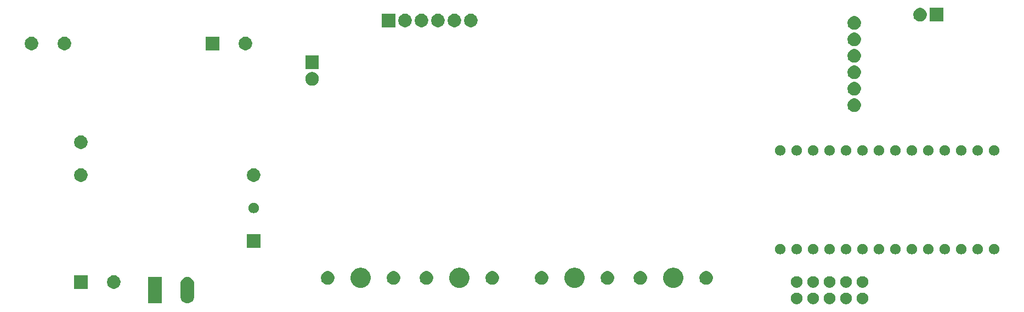
<source format=gbr>
G04 #@! TF.GenerationSoftware,KiCad,Pcbnew,5.1.5*
G04 #@! TF.CreationDate,2020-01-03T21:14:40-05:00*
G04 #@! TF.ProjectId,Poofer Control,506f6f66-6572-4204-936f-6e74726f6c2e,rev?*
G04 #@! TF.SameCoordinates,Original*
G04 #@! TF.FileFunction,Soldermask,Bot*
G04 #@! TF.FilePolarity,Negative*
%FSLAX46Y46*%
G04 Gerber Fmt 4.6, Leading zero omitted, Abs format (unit mm)*
G04 Created by KiCad (PCBNEW 5.1.5) date 2020-01-03 21:14:40*
%MOMM*%
%LPD*%
G04 APERTURE LIST*
%ADD10C,0.100000*%
G04 APERTURE END LIST*
D10*
G36*
X194423512Y-96893927D02*
G01*
X194572812Y-96923624D01*
X194736784Y-96991544D01*
X194884354Y-97090147D01*
X195009853Y-97215646D01*
X195108456Y-97363216D01*
X195176376Y-97527188D01*
X195211000Y-97701259D01*
X195211000Y-97878741D01*
X195176376Y-98052812D01*
X195108456Y-98216784D01*
X195009853Y-98364354D01*
X194884354Y-98489853D01*
X194736784Y-98588456D01*
X194572812Y-98656376D01*
X194423512Y-98686073D01*
X194398742Y-98691000D01*
X194221258Y-98691000D01*
X194196488Y-98686073D01*
X194047188Y-98656376D01*
X193883216Y-98588456D01*
X193735646Y-98489853D01*
X193610147Y-98364354D01*
X193511544Y-98216784D01*
X193443624Y-98052812D01*
X193409000Y-97878741D01*
X193409000Y-97701259D01*
X193443624Y-97527188D01*
X193511544Y-97363216D01*
X193610147Y-97215646D01*
X193735646Y-97090147D01*
X193883216Y-96991544D01*
X194047188Y-96923624D01*
X194196488Y-96893927D01*
X194221258Y-96889000D01*
X194398742Y-96889000D01*
X194423512Y-96893927D01*
G37*
G36*
X196963512Y-96893927D02*
G01*
X197112812Y-96923624D01*
X197276784Y-96991544D01*
X197424354Y-97090147D01*
X197549853Y-97215646D01*
X197648456Y-97363216D01*
X197716376Y-97527188D01*
X197751000Y-97701259D01*
X197751000Y-97878741D01*
X197716376Y-98052812D01*
X197648456Y-98216784D01*
X197549853Y-98364354D01*
X197424354Y-98489853D01*
X197276784Y-98588456D01*
X197112812Y-98656376D01*
X196963512Y-98686073D01*
X196938742Y-98691000D01*
X196761258Y-98691000D01*
X196736488Y-98686073D01*
X196587188Y-98656376D01*
X196423216Y-98588456D01*
X196275646Y-98489853D01*
X196150147Y-98364354D01*
X196051544Y-98216784D01*
X195983624Y-98052812D01*
X195949000Y-97878741D01*
X195949000Y-97701259D01*
X195983624Y-97527188D01*
X196051544Y-97363216D01*
X196150147Y-97215646D01*
X196275646Y-97090147D01*
X196423216Y-96991544D01*
X196587188Y-96923624D01*
X196736488Y-96893927D01*
X196761258Y-96889000D01*
X196938742Y-96889000D01*
X196963512Y-96893927D01*
G37*
G36*
X199503512Y-96893927D02*
G01*
X199652812Y-96923624D01*
X199816784Y-96991544D01*
X199964354Y-97090147D01*
X200089853Y-97215646D01*
X200188456Y-97363216D01*
X200256376Y-97527188D01*
X200291000Y-97701259D01*
X200291000Y-97878741D01*
X200256376Y-98052812D01*
X200188456Y-98216784D01*
X200089853Y-98364354D01*
X199964354Y-98489853D01*
X199816784Y-98588456D01*
X199652812Y-98656376D01*
X199503512Y-98686073D01*
X199478742Y-98691000D01*
X199301258Y-98691000D01*
X199276488Y-98686073D01*
X199127188Y-98656376D01*
X198963216Y-98588456D01*
X198815646Y-98489853D01*
X198690147Y-98364354D01*
X198591544Y-98216784D01*
X198523624Y-98052812D01*
X198489000Y-97878741D01*
X198489000Y-97701259D01*
X198523624Y-97527188D01*
X198591544Y-97363216D01*
X198690147Y-97215646D01*
X198815646Y-97090147D01*
X198963216Y-96991544D01*
X199127188Y-96923624D01*
X199276488Y-96893927D01*
X199301258Y-96889000D01*
X199478742Y-96889000D01*
X199503512Y-96893927D01*
G37*
G36*
X204583512Y-96893927D02*
G01*
X204732812Y-96923624D01*
X204896784Y-96991544D01*
X205044354Y-97090147D01*
X205169853Y-97215646D01*
X205268456Y-97363216D01*
X205336376Y-97527188D01*
X205371000Y-97701259D01*
X205371000Y-97878741D01*
X205336376Y-98052812D01*
X205268456Y-98216784D01*
X205169853Y-98364354D01*
X205044354Y-98489853D01*
X204896784Y-98588456D01*
X204732812Y-98656376D01*
X204583512Y-98686073D01*
X204558742Y-98691000D01*
X204381258Y-98691000D01*
X204356488Y-98686073D01*
X204207188Y-98656376D01*
X204043216Y-98588456D01*
X203895646Y-98489853D01*
X203770147Y-98364354D01*
X203671544Y-98216784D01*
X203603624Y-98052812D01*
X203569000Y-97878741D01*
X203569000Y-97701259D01*
X203603624Y-97527188D01*
X203671544Y-97363216D01*
X203770147Y-97215646D01*
X203895646Y-97090147D01*
X204043216Y-96991544D01*
X204207188Y-96923624D01*
X204356488Y-96893927D01*
X204381258Y-96889000D01*
X204558742Y-96889000D01*
X204583512Y-96893927D01*
G37*
G36*
X202043512Y-96893927D02*
G01*
X202192812Y-96923624D01*
X202356784Y-96991544D01*
X202504354Y-97090147D01*
X202629853Y-97215646D01*
X202728456Y-97363216D01*
X202796376Y-97527188D01*
X202831000Y-97701259D01*
X202831000Y-97878741D01*
X202796376Y-98052812D01*
X202728456Y-98216784D01*
X202629853Y-98364354D01*
X202504354Y-98489853D01*
X202356784Y-98588456D01*
X202192812Y-98656376D01*
X202043512Y-98686073D01*
X202018742Y-98691000D01*
X201841258Y-98691000D01*
X201816488Y-98686073D01*
X201667188Y-98656376D01*
X201503216Y-98588456D01*
X201355646Y-98489853D01*
X201230147Y-98364354D01*
X201131544Y-98216784D01*
X201063624Y-98052812D01*
X201029000Y-97878741D01*
X201029000Y-97701259D01*
X201063624Y-97527188D01*
X201131544Y-97363216D01*
X201230147Y-97215646D01*
X201355646Y-97090147D01*
X201503216Y-96991544D01*
X201667188Y-96923624D01*
X201816488Y-96893927D01*
X201841258Y-96889000D01*
X202018742Y-96889000D01*
X202043512Y-96893927D01*
G37*
G36*
X100454071Y-94504063D02*
G01*
X100650300Y-94563589D01*
X100831146Y-94660253D01*
X100872437Y-94694140D01*
X100989660Y-94790340D01*
X101119748Y-94948855D01*
X101140237Y-94987188D01*
X101216411Y-95129699D01*
X101275937Y-95325928D01*
X101291000Y-95478868D01*
X101291000Y-97561132D01*
X101275937Y-97714072D01*
X101225984Y-97878742D01*
X101216410Y-97910303D01*
X101119748Y-98091145D01*
X100989660Y-98249660D01*
X100831145Y-98379748D01*
X100650303Y-98476410D01*
X100650301Y-98476411D01*
X100454072Y-98535937D01*
X100250000Y-98556036D01*
X100045929Y-98535937D01*
X99849700Y-98476411D01*
X99849698Y-98476410D01*
X99668856Y-98379748D01*
X99510341Y-98249660D01*
X99380253Y-98091145D01*
X99283591Y-97910303D01*
X99274017Y-97878742D01*
X99224064Y-97714072D01*
X99209001Y-97561132D01*
X99209000Y-95478869D01*
X99224063Y-95325929D01*
X99283589Y-95129700D01*
X99292604Y-95112835D01*
X99380252Y-94948856D01*
X99380253Y-94948854D01*
X99414140Y-94907563D01*
X99510340Y-94790340D01*
X99668855Y-94660252D01*
X99849697Y-94563590D01*
X99849699Y-94563589D01*
X100045928Y-94504063D01*
X100250000Y-94483964D01*
X100454071Y-94504063D01*
G37*
G36*
X96291000Y-98551000D02*
G01*
X94209000Y-98551000D01*
X94209000Y-94489000D01*
X96291000Y-94489000D01*
X96291000Y-98551000D01*
G37*
G36*
X89206564Y-94239389D02*
G01*
X89397833Y-94318615D01*
X89397835Y-94318616D01*
X89569973Y-94433635D01*
X89716365Y-94580027D01*
X89780256Y-94675646D01*
X89831385Y-94752167D01*
X89910611Y-94943436D01*
X89951000Y-95146484D01*
X89951000Y-95353516D01*
X89910611Y-95556564D01*
X89865281Y-95666000D01*
X89831384Y-95747835D01*
X89716365Y-95919973D01*
X89569973Y-96066365D01*
X89397835Y-96181384D01*
X89397834Y-96181385D01*
X89397833Y-96181385D01*
X89206564Y-96260611D01*
X89003516Y-96301000D01*
X88796484Y-96301000D01*
X88593436Y-96260611D01*
X88402167Y-96181385D01*
X88402166Y-96181385D01*
X88402165Y-96181384D01*
X88230027Y-96066365D01*
X88083635Y-95919973D01*
X87968616Y-95747835D01*
X87934719Y-95666000D01*
X87889389Y-95556564D01*
X87849000Y-95353516D01*
X87849000Y-95146484D01*
X87889389Y-94943436D01*
X87968615Y-94752167D01*
X88019745Y-94675646D01*
X88083635Y-94580027D01*
X88230027Y-94433635D01*
X88402165Y-94318616D01*
X88402167Y-94318615D01*
X88593436Y-94239389D01*
X88796484Y-94199000D01*
X89003516Y-94199000D01*
X89206564Y-94239389D01*
G37*
G36*
X84871000Y-96301000D02*
G01*
X82769000Y-96301000D01*
X82769000Y-94199000D01*
X84871000Y-94199000D01*
X84871000Y-96301000D01*
G37*
G36*
X127302585Y-93093802D02*
G01*
X127452410Y-93123604D01*
X127734674Y-93240521D01*
X127988705Y-93410259D01*
X128204741Y-93626295D01*
X128374479Y-93880326D01*
X128472580Y-94117165D01*
X128491396Y-94162591D01*
X128551000Y-94462239D01*
X128551000Y-94767761D01*
X128539969Y-94823216D01*
X128491396Y-95067410D01*
X128374479Y-95349674D01*
X128204741Y-95603705D01*
X127988705Y-95819741D01*
X127734674Y-95989479D01*
X127452410Y-96106396D01*
X127302585Y-96136198D01*
X127152761Y-96166000D01*
X126847239Y-96166000D01*
X126697415Y-96136198D01*
X126547590Y-96106396D01*
X126265326Y-95989479D01*
X126011295Y-95819741D01*
X125795259Y-95603705D01*
X125625521Y-95349674D01*
X125508604Y-95067410D01*
X125460031Y-94823216D01*
X125449000Y-94767761D01*
X125449000Y-94462239D01*
X125508604Y-94162591D01*
X125527420Y-94117165D01*
X125625521Y-93880326D01*
X125795259Y-93626295D01*
X126011295Y-93410259D01*
X126265326Y-93240521D01*
X126547590Y-93123604D01*
X126697415Y-93093802D01*
X126847239Y-93064000D01*
X127152761Y-93064000D01*
X127302585Y-93093802D01*
G37*
G36*
X160322585Y-93093802D02*
G01*
X160472410Y-93123604D01*
X160754674Y-93240521D01*
X161008705Y-93410259D01*
X161224741Y-93626295D01*
X161394479Y-93880326D01*
X161492580Y-94117165D01*
X161511396Y-94162591D01*
X161571000Y-94462239D01*
X161571000Y-94767761D01*
X161559969Y-94823216D01*
X161511396Y-95067410D01*
X161394479Y-95349674D01*
X161224741Y-95603705D01*
X161008705Y-95819741D01*
X160754674Y-95989479D01*
X160472410Y-96106396D01*
X160322585Y-96136198D01*
X160172761Y-96166000D01*
X159867239Y-96166000D01*
X159717415Y-96136198D01*
X159567590Y-96106396D01*
X159285326Y-95989479D01*
X159031295Y-95819741D01*
X158815259Y-95603705D01*
X158645521Y-95349674D01*
X158528604Y-95067410D01*
X158480031Y-94823216D01*
X158469000Y-94767761D01*
X158469000Y-94462239D01*
X158528604Y-94162591D01*
X158547420Y-94117165D01*
X158645521Y-93880326D01*
X158815259Y-93626295D01*
X159031295Y-93410259D01*
X159285326Y-93240521D01*
X159567590Y-93123604D01*
X159717415Y-93093802D01*
X159867239Y-93064000D01*
X160172761Y-93064000D01*
X160322585Y-93093802D01*
G37*
G36*
X175562585Y-93093802D02*
G01*
X175712410Y-93123604D01*
X175994674Y-93240521D01*
X176248705Y-93410259D01*
X176464741Y-93626295D01*
X176634479Y-93880326D01*
X176732580Y-94117165D01*
X176751396Y-94162591D01*
X176811000Y-94462239D01*
X176811000Y-94767761D01*
X176799969Y-94823216D01*
X176751396Y-95067410D01*
X176634479Y-95349674D01*
X176464741Y-95603705D01*
X176248705Y-95819741D01*
X175994674Y-95989479D01*
X175712410Y-96106396D01*
X175562585Y-96136198D01*
X175412761Y-96166000D01*
X175107239Y-96166000D01*
X174957415Y-96136198D01*
X174807590Y-96106396D01*
X174525326Y-95989479D01*
X174271295Y-95819741D01*
X174055259Y-95603705D01*
X173885521Y-95349674D01*
X173768604Y-95067410D01*
X173720031Y-94823216D01*
X173709000Y-94767761D01*
X173709000Y-94462239D01*
X173768604Y-94162591D01*
X173787420Y-94117165D01*
X173885521Y-93880326D01*
X174055259Y-93626295D01*
X174271295Y-93410259D01*
X174525326Y-93240521D01*
X174807590Y-93123604D01*
X174957415Y-93093802D01*
X175107239Y-93064000D01*
X175412761Y-93064000D01*
X175562585Y-93093802D01*
G37*
G36*
X142542585Y-93093802D02*
G01*
X142692410Y-93123604D01*
X142974674Y-93240521D01*
X143228705Y-93410259D01*
X143444741Y-93626295D01*
X143614479Y-93880326D01*
X143712580Y-94117165D01*
X143731396Y-94162591D01*
X143791000Y-94462239D01*
X143791000Y-94767761D01*
X143779969Y-94823216D01*
X143731396Y-95067410D01*
X143614479Y-95349674D01*
X143444741Y-95603705D01*
X143228705Y-95819741D01*
X142974674Y-95989479D01*
X142692410Y-96106396D01*
X142542585Y-96136198D01*
X142392761Y-96166000D01*
X142087239Y-96166000D01*
X141937415Y-96136198D01*
X141787590Y-96106396D01*
X141505326Y-95989479D01*
X141251295Y-95819741D01*
X141035259Y-95603705D01*
X140865521Y-95349674D01*
X140748604Y-95067410D01*
X140700031Y-94823216D01*
X140689000Y-94767761D01*
X140689000Y-94462239D01*
X140748604Y-94162591D01*
X140767420Y-94117165D01*
X140865521Y-93880326D01*
X141035259Y-93626295D01*
X141251295Y-93410259D01*
X141505326Y-93240521D01*
X141787590Y-93123604D01*
X141937415Y-93093802D01*
X142087239Y-93064000D01*
X142392761Y-93064000D01*
X142542585Y-93093802D01*
G37*
G36*
X202043512Y-94353927D02*
G01*
X202192812Y-94383624D01*
X202356784Y-94451544D01*
X202504354Y-94550147D01*
X202629853Y-94675646D01*
X202728456Y-94823216D01*
X202796376Y-94987188D01*
X202831000Y-95161259D01*
X202831000Y-95338741D01*
X202796376Y-95512812D01*
X202728456Y-95676784D01*
X202629853Y-95824354D01*
X202504354Y-95949853D01*
X202356784Y-96048456D01*
X202192812Y-96116376D01*
X202043512Y-96146073D01*
X202018742Y-96151000D01*
X201841258Y-96151000D01*
X201816488Y-96146073D01*
X201667188Y-96116376D01*
X201503216Y-96048456D01*
X201355646Y-95949853D01*
X201230147Y-95824354D01*
X201131544Y-95676784D01*
X201063624Y-95512812D01*
X201029000Y-95338741D01*
X201029000Y-95161259D01*
X201063624Y-94987188D01*
X201131544Y-94823216D01*
X201230147Y-94675646D01*
X201355646Y-94550147D01*
X201503216Y-94451544D01*
X201667188Y-94383624D01*
X201816488Y-94353927D01*
X201841258Y-94349000D01*
X202018742Y-94349000D01*
X202043512Y-94353927D01*
G37*
G36*
X204583512Y-94353927D02*
G01*
X204732812Y-94383624D01*
X204896784Y-94451544D01*
X205044354Y-94550147D01*
X205169853Y-94675646D01*
X205268456Y-94823216D01*
X205336376Y-94987188D01*
X205371000Y-95161259D01*
X205371000Y-95338741D01*
X205336376Y-95512812D01*
X205268456Y-95676784D01*
X205169853Y-95824354D01*
X205044354Y-95949853D01*
X204896784Y-96048456D01*
X204732812Y-96116376D01*
X204583512Y-96146073D01*
X204558742Y-96151000D01*
X204381258Y-96151000D01*
X204356488Y-96146073D01*
X204207188Y-96116376D01*
X204043216Y-96048456D01*
X203895646Y-95949853D01*
X203770147Y-95824354D01*
X203671544Y-95676784D01*
X203603624Y-95512812D01*
X203569000Y-95338741D01*
X203569000Y-95161259D01*
X203603624Y-94987188D01*
X203671544Y-94823216D01*
X203770147Y-94675646D01*
X203895646Y-94550147D01*
X204043216Y-94451544D01*
X204207188Y-94383624D01*
X204356488Y-94353927D01*
X204381258Y-94349000D01*
X204558742Y-94349000D01*
X204583512Y-94353927D01*
G37*
G36*
X199503512Y-94353927D02*
G01*
X199652812Y-94383624D01*
X199816784Y-94451544D01*
X199964354Y-94550147D01*
X200089853Y-94675646D01*
X200188456Y-94823216D01*
X200256376Y-94987188D01*
X200291000Y-95161259D01*
X200291000Y-95338741D01*
X200256376Y-95512812D01*
X200188456Y-95676784D01*
X200089853Y-95824354D01*
X199964354Y-95949853D01*
X199816784Y-96048456D01*
X199652812Y-96116376D01*
X199503512Y-96146073D01*
X199478742Y-96151000D01*
X199301258Y-96151000D01*
X199276488Y-96146073D01*
X199127188Y-96116376D01*
X198963216Y-96048456D01*
X198815646Y-95949853D01*
X198690147Y-95824354D01*
X198591544Y-95676784D01*
X198523624Y-95512812D01*
X198489000Y-95338741D01*
X198489000Y-95161259D01*
X198523624Y-94987188D01*
X198591544Y-94823216D01*
X198690147Y-94675646D01*
X198815646Y-94550147D01*
X198963216Y-94451544D01*
X199127188Y-94383624D01*
X199276488Y-94353927D01*
X199301258Y-94349000D01*
X199478742Y-94349000D01*
X199503512Y-94353927D01*
G37*
G36*
X196963512Y-94353927D02*
G01*
X197112812Y-94383624D01*
X197276784Y-94451544D01*
X197424354Y-94550147D01*
X197549853Y-94675646D01*
X197648456Y-94823216D01*
X197716376Y-94987188D01*
X197751000Y-95161259D01*
X197751000Y-95338741D01*
X197716376Y-95512812D01*
X197648456Y-95676784D01*
X197549853Y-95824354D01*
X197424354Y-95949853D01*
X197276784Y-96048456D01*
X197112812Y-96116376D01*
X196963512Y-96146073D01*
X196938742Y-96151000D01*
X196761258Y-96151000D01*
X196736488Y-96146073D01*
X196587188Y-96116376D01*
X196423216Y-96048456D01*
X196275646Y-95949853D01*
X196150147Y-95824354D01*
X196051544Y-95676784D01*
X195983624Y-95512812D01*
X195949000Y-95338741D01*
X195949000Y-95161259D01*
X195983624Y-94987188D01*
X196051544Y-94823216D01*
X196150147Y-94675646D01*
X196275646Y-94550147D01*
X196423216Y-94451544D01*
X196587188Y-94383624D01*
X196736488Y-94353927D01*
X196761258Y-94349000D01*
X196938742Y-94349000D01*
X196963512Y-94353927D01*
G37*
G36*
X194423512Y-94353927D02*
G01*
X194572812Y-94383624D01*
X194736784Y-94451544D01*
X194884354Y-94550147D01*
X195009853Y-94675646D01*
X195108456Y-94823216D01*
X195176376Y-94987188D01*
X195211000Y-95161259D01*
X195211000Y-95338741D01*
X195176376Y-95512812D01*
X195108456Y-95676784D01*
X195009853Y-95824354D01*
X194884354Y-95949853D01*
X194736784Y-96048456D01*
X194572812Y-96116376D01*
X194423512Y-96146073D01*
X194398742Y-96151000D01*
X194221258Y-96151000D01*
X194196488Y-96146073D01*
X194047188Y-96116376D01*
X193883216Y-96048456D01*
X193735646Y-95949853D01*
X193610147Y-95824354D01*
X193511544Y-95676784D01*
X193443624Y-95512812D01*
X193409000Y-95338741D01*
X193409000Y-95161259D01*
X193443624Y-94987188D01*
X193511544Y-94823216D01*
X193610147Y-94675646D01*
X193735646Y-94550147D01*
X193883216Y-94451544D01*
X194047188Y-94383624D01*
X194196488Y-94353927D01*
X194221258Y-94349000D01*
X194398742Y-94349000D01*
X194423512Y-94353927D01*
G37*
G36*
X147626564Y-93604389D02*
G01*
X147817833Y-93683615D01*
X147817835Y-93683616D01*
X147989973Y-93798635D01*
X148136365Y-93945027D01*
X148251385Y-94117167D01*
X148330611Y-94308436D01*
X148371000Y-94511484D01*
X148371000Y-94718516D01*
X148330611Y-94921564D01*
X148303428Y-94987189D01*
X148251384Y-95112835D01*
X148136365Y-95284973D01*
X147989973Y-95431365D01*
X147817835Y-95546384D01*
X147817834Y-95546385D01*
X147817833Y-95546385D01*
X147626564Y-95625611D01*
X147423516Y-95666000D01*
X147216484Y-95666000D01*
X147013436Y-95625611D01*
X146822167Y-95546385D01*
X146822166Y-95546385D01*
X146822165Y-95546384D01*
X146650027Y-95431365D01*
X146503635Y-95284973D01*
X146388616Y-95112835D01*
X146336572Y-94987189D01*
X146309389Y-94921564D01*
X146269000Y-94718516D01*
X146269000Y-94511484D01*
X146309389Y-94308436D01*
X146388615Y-94117167D01*
X146503635Y-93945027D01*
X146650027Y-93798635D01*
X146822165Y-93683616D01*
X146822167Y-93683615D01*
X147013436Y-93604389D01*
X147216484Y-93564000D01*
X147423516Y-93564000D01*
X147626564Y-93604389D01*
G37*
G36*
X137466564Y-93604389D02*
G01*
X137657833Y-93683615D01*
X137657835Y-93683616D01*
X137829973Y-93798635D01*
X137976365Y-93945027D01*
X138091385Y-94117167D01*
X138170611Y-94308436D01*
X138211000Y-94511484D01*
X138211000Y-94718516D01*
X138170611Y-94921564D01*
X138143428Y-94987189D01*
X138091384Y-95112835D01*
X137976365Y-95284973D01*
X137829973Y-95431365D01*
X137657835Y-95546384D01*
X137657834Y-95546385D01*
X137657833Y-95546385D01*
X137466564Y-95625611D01*
X137263516Y-95666000D01*
X137056484Y-95666000D01*
X136853436Y-95625611D01*
X136662167Y-95546385D01*
X136662166Y-95546385D01*
X136662165Y-95546384D01*
X136490027Y-95431365D01*
X136343635Y-95284973D01*
X136228616Y-95112835D01*
X136176572Y-94987189D01*
X136149389Y-94921564D01*
X136109000Y-94718516D01*
X136109000Y-94511484D01*
X136149389Y-94308436D01*
X136228615Y-94117167D01*
X136343635Y-93945027D01*
X136490027Y-93798635D01*
X136662165Y-93683616D01*
X136662167Y-93683615D01*
X136853436Y-93604389D01*
X137056484Y-93564000D01*
X137263516Y-93564000D01*
X137466564Y-93604389D01*
G37*
G36*
X132386564Y-93604389D02*
G01*
X132577833Y-93683615D01*
X132577835Y-93683616D01*
X132749973Y-93798635D01*
X132896365Y-93945027D01*
X133011385Y-94117167D01*
X133090611Y-94308436D01*
X133131000Y-94511484D01*
X133131000Y-94718516D01*
X133090611Y-94921564D01*
X133063428Y-94987189D01*
X133011384Y-95112835D01*
X132896365Y-95284973D01*
X132749973Y-95431365D01*
X132577835Y-95546384D01*
X132577834Y-95546385D01*
X132577833Y-95546385D01*
X132386564Y-95625611D01*
X132183516Y-95666000D01*
X131976484Y-95666000D01*
X131773436Y-95625611D01*
X131582167Y-95546385D01*
X131582166Y-95546385D01*
X131582165Y-95546384D01*
X131410027Y-95431365D01*
X131263635Y-95284973D01*
X131148616Y-95112835D01*
X131096572Y-94987189D01*
X131069389Y-94921564D01*
X131029000Y-94718516D01*
X131029000Y-94511484D01*
X131069389Y-94308436D01*
X131148615Y-94117167D01*
X131263635Y-93945027D01*
X131410027Y-93798635D01*
X131582165Y-93683616D01*
X131582167Y-93683615D01*
X131773436Y-93604389D01*
X131976484Y-93564000D01*
X132183516Y-93564000D01*
X132386564Y-93604389D01*
G37*
G36*
X122226564Y-93604389D02*
G01*
X122417833Y-93683615D01*
X122417835Y-93683616D01*
X122589973Y-93798635D01*
X122736365Y-93945027D01*
X122851385Y-94117167D01*
X122930611Y-94308436D01*
X122971000Y-94511484D01*
X122971000Y-94718516D01*
X122930611Y-94921564D01*
X122903428Y-94987189D01*
X122851384Y-95112835D01*
X122736365Y-95284973D01*
X122589973Y-95431365D01*
X122417835Y-95546384D01*
X122417834Y-95546385D01*
X122417833Y-95546385D01*
X122226564Y-95625611D01*
X122023516Y-95666000D01*
X121816484Y-95666000D01*
X121613436Y-95625611D01*
X121422167Y-95546385D01*
X121422166Y-95546385D01*
X121422165Y-95546384D01*
X121250027Y-95431365D01*
X121103635Y-95284973D01*
X120988616Y-95112835D01*
X120936572Y-94987189D01*
X120909389Y-94921564D01*
X120869000Y-94718516D01*
X120869000Y-94511484D01*
X120909389Y-94308436D01*
X120988615Y-94117167D01*
X121103635Y-93945027D01*
X121250027Y-93798635D01*
X121422165Y-93683616D01*
X121422167Y-93683615D01*
X121613436Y-93604389D01*
X121816484Y-93564000D01*
X122023516Y-93564000D01*
X122226564Y-93604389D01*
G37*
G36*
X155246564Y-93604389D02*
G01*
X155437833Y-93683615D01*
X155437835Y-93683616D01*
X155609973Y-93798635D01*
X155756365Y-93945027D01*
X155871385Y-94117167D01*
X155950611Y-94308436D01*
X155991000Y-94511484D01*
X155991000Y-94718516D01*
X155950611Y-94921564D01*
X155923428Y-94987189D01*
X155871384Y-95112835D01*
X155756365Y-95284973D01*
X155609973Y-95431365D01*
X155437835Y-95546384D01*
X155437834Y-95546385D01*
X155437833Y-95546385D01*
X155246564Y-95625611D01*
X155043516Y-95666000D01*
X154836484Y-95666000D01*
X154633436Y-95625611D01*
X154442167Y-95546385D01*
X154442166Y-95546385D01*
X154442165Y-95546384D01*
X154270027Y-95431365D01*
X154123635Y-95284973D01*
X154008616Y-95112835D01*
X153956572Y-94987189D01*
X153929389Y-94921564D01*
X153889000Y-94718516D01*
X153889000Y-94511484D01*
X153929389Y-94308436D01*
X154008615Y-94117167D01*
X154123635Y-93945027D01*
X154270027Y-93798635D01*
X154442165Y-93683616D01*
X154442167Y-93683615D01*
X154633436Y-93604389D01*
X154836484Y-93564000D01*
X155043516Y-93564000D01*
X155246564Y-93604389D01*
G37*
G36*
X165406564Y-93604389D02*
G01*
X165597833Y-93683615D01*
X165597835Y-93683616D01*
X165769973Y-93798635D01*
X165916365Y-93945027D01*
X166031385Y-94117167D01*
X166110611Y-94308436D01*
X166151000Y-94511484D01*
X166151000Y-94718516D01*
X166110611Y-94921564D01*
X166083428Y-94987189D01*
X166031384Y-95112835D01*
X165916365Y-95284973D01*
X165769973Y-95431365D01*
X165597835Y-95546384D01*
X165597834Y-95546385D01*
X165597833Y-95546385D01*
X165406564Y-95625611D01*
X165203516Y-95666000D01*
X164996484Y-95666000D01*
X164793436Y-95625611D01*
X164602167Y-95546385D01*
X164602166Y-95546385D01*
X164602165Y-95546384D01*
X164430027Y-95431365D01*
X164283635Y-95284973D01*
X164168616Y-95112835D01*
X164116572Y-94987189D01*
X164089389Y-94921564D01*
X164049000Y-94718516D01*
X164049000Y-94511484D01*
X164089389Y-94308436D01*
X164168615Y-94117167D01*
X164283635Y-93945027D01*
X164430027Y-93798635D01*
X164602165Y-93683616D01*
X164602167Y-93683615D01*
X164793436Y-93604389D01*
X164996484Y-93564000D01*
X165203516Y-93564000D01*
X165406564Y-93604389D01*
G37*
G36*
X170486564Y-93604389D02*
G01*
X170677833Y-93683615D01*
X170677835Y-93683616D01*
X170849973Y-93798635D01*
X170996365Y-93945027D01*
X171111385Y-94117167D01*
X171190611Y-94308436D01*
X171231000Y-94511484D01*
X171231000Y-94718516D01*
X171190611Y-94921564D01*
X171163428Y-94987189D01*
X171111384Y-95112835D01*
X170996365Y-95284973D01*
X170849973Y-95431365D01*
X170677835Y-95546384D01*
X170677834Y-95546385D01*
X170677833Y-95546385D01*
X170486564Y-95625611D01*
X170283516Y-95666000D01*
X170076484Y-95666000D01*
X169873436Y-95625611D01*
X169682167Y-95546385D01*
X169682166Y-95546385D01*
X169682165Y-95546384D01*
X169510027Y-95431365D01*
X169363635Y-95284973D01*
X169248616Y-95112835D01*
X169196572Y-94987189D01*
X169169389Y-94921564D01*
X169129000Y-94718516D01*
X169129000Y-94511484D01*
X169169389Y-94308436D01*
X169248615Y-94117167D01*
X169363635Y-93945027D01*
X169510027Y-93798635D01*
X169682165Y-93683616D01*
X169682167Y-93683615D01*
X169873436Y-93604389D01*
X170076484Y-93564000D01*
X170283516Y-93564000D01*
X170486564Y-93604389D01*
G37*
G36*
X180646564Y-93604389D02*
G01*
X180837833Y-93683615D01*
X180837835Y-93683616D01*
X181009973Y-93798635D01*
X181156365Y-93945027D01*
X181271385Y-94117167D01*
X181350611Y-94308436D01*
X181391000Y-94511484D01*
X181391000Y-94718516D01*
X181350611Y-94921564D01*
X181323428Y-94987189D01*
X181271384Y-95112835D01*
X181156365Y-95284973D01*
X181009973Y-95431365D01*
X180837835Y-95546384D01*
X180837834Y-95546385D01*
X180837833Y-95546385D01*
X180646564Y-95625611D01*
X180443516Y-95666000D01*
X180236484Y-95666000D01*
X180033436Y-95625611D01*
X179842167Y-95546385D01*
X179842166Y-95546385D01*
X179842165Y-95546384D01*
X179670027Y-95431365D01*
X179523635Y-95284973D01*
X179408616Y-95112835D01*
X179356572Y-94987189D01*
X179329389Y-94921564D01*
X179289000Y-94718516D01*
X179289000Y-94511484D01*
X179329389Y-94308436D01*
X179408615Y-94117167D01*
X179523635Y-93945027D01*
X179670027Y-93798635D01*
X179842165Y-93683616D01*
X179842167Y-93683615D01*
X180033436Y-93604389D01*
X180236484Y-93564000D01*
X180443516Y-93564000D01*
X180646564Y-93604389D01*
G37*
G36*
X194547142Y-89388242D02*
G01*
X194695101Y-89449529D01*
X194828255Y-89538499D01*
X194941501Y-89651745D01*
X195030471Y-89784899D01*
X195091758Y-89932858D01*
X195123000Y-90089925D01*
X195123000Y-90250075D01*
X195091758Y-90407142D01*
X195030471Y-90555101D01*
X194941501Y-90688255D01*
X194828255Y-90801501D01*
X194695101Y-90890471D01*
X194547142Y-90951758D01*
X194390075Y-90983000D01*
X194229925Y-90983000D01*
X194072858Y-90951758D01*
X193924899Y-90890471D01*
X193791745Y-90801501D01*
X193678499Y-90688255D01*
X193589529Y-90555101D01*
X193528242Y-90407142D01*
X193497000Y-90250075D01*
X193497000Y-90089925D01*
X193528242Y-89932858D01*
X193589529Y-89784899D01*
X193678499Y-89651745D01*
X193791745Y-89538499D01*
X193924899Y-89449529D01*
X194072858Y-89388242D01*
X194229925Y-89357000D01*
X194390075Y-89357000D01*
X194547142Y-89388242D01*
G37*
G36*
X209787142Y-89388242D02*
G01*
X209935101Y-89449529D01*
X210068255Y-89538499D01*
X210181501Y-89651745D01*
X210270471Y-89784899D01*
X210331758Y-89932858D01*
X210363000Y-90089925D01*
X210363000Y-90250075D01*
X210331758Y-90407142D01*
X210270471Y-90555101D01*
X210181501Y-90688255D01*
X210068255Y-90801501D01*
X209935101Y-90890471D01*
X209787142Y-90951758D01*
X209630075Y-90983000D01*
X209469925Y-90983000D01*
X209312858Y-90951758D01*
X209164899Y-90890471D01*
X209031745Y-90801501D01*
X208918499Y-90688255D01*
X208829529Y-90555101D01*
X208768242Y-90407142D01*
X208737000Y-90250075D01*
X208737000Y-90089925D01*
X208768242Y-89932858D01*
X208829529Y-89784899D01*
X208918499Y-89651745D01*
X209031745Y-89538499D01*
X209164899Y-89449529D01*
X209312858Y-89388242D01*
X209469925Y-89357000D01*
X209630075Y-89357000D01*
X209787142Y-89388242D01*
G37*
G36*
X207247142Y-89388242D02*
G01*
X207395101Y-89449529D01*
X207528255Y-89538499D01*
X207641501Y-89651745D01*
X207730471Y-89784899D01*
X207791758Y-89932858D01*
X207823000Y-90089925D01*
X207823000Y-90250075D01*
X207791758Y-90407142D01*
X207730471Y-90555101D01*
X207641501Y-90688255D01*
X207528255Y-90801501D01*
X207395101Y-90890471D01*
X207247142Y-90951758D01*
X207090075Y-90983000D01*
X206929925Y-90983000D01*
X206772858Y-90951758D01*
X206624899Y-90890471D01*
X206491745Y-90801501D01*
X206378499Y-90688255D01*
X206289529Y-90555101D01*
X206228242Y-90407142D01*
X206197000Y-90250075D01*
X206197000Y-90089925D01*
X206228242Y-89932858D01*
X206289529Y-89784899D01*
X206378499Y-89651745D01*
X206491745Y-89538499D01*
X206624899Y-89449529D01*
X206772858Y-89388242D01*
X206929925Y-89357000D01*
X207090075Y-89357000D01*
X207247142Y-89388242D01*
G37*
G36*
X204707142Y-89388242D02*
G01*
X204855101Y-89449529D01*
X204988255Y-89538499D01*
X205101501Y-89651745D01*
X205190471Y-89784899D01*
X205251758Y-89932858D01*
X205283000Y-90089925D01*
X205283000Y-90250075D01*
X205251758Y-90407142D01*
X205190471Y-90555101D01*
X205101501Y-90688255D01*
X204988255Y-90801501D01*
X204855101Y-90890471D01*
X204707142Y-90951758D01*
X204550075Y-90983000D01*
X204389925Y-90983000D01*
X204232858Y-90951758D01*
X204084899Y-90890471D01*
X203951745Y-90801501D01*
X203838499Y-90688255D01*
X203749529Y-90555101D01*
X203688242Y-90407142D01*
X203657000Y-90250075D01*
X203657000Y-90089925D01*
X203688242Y-89932858D01*
X203749529Y-89784899D01*
X203838499Y-89651745D01*
X203951745Y-89538499D01*
X204084899Y-89449529D01*
X204232858Y-89388242D01*
X204389925Y-89357000D01*
X204550075Y-89357000D01*
X204707142Y-89388242D01*
G37*
G36*
X202167142Y-89388242D02*
G01*
X202315101Y-89449529D01*
X202448255Y-89538499D01*
X202561501Y-89651745D01*
X202650471Y-89784899D01*
X202711758Y-89932858D01*
X202743000Y-90089925D01*
X202743000Y-90250075D01*
X202711758Y-90407142D01*
X202650471Y-90555101D01*
X202561501Y-90688255D01*
X202448255Y-90801501D01*
X202315101Y-90890471D01*
X202167142Y-90951758D01*
X202010075Y-90983000D01*
X201849925Y-90983000D01*
X201692858Y-90951758D01*
X201544899Y-90890471D01*
X201411745Y-90801501D01*
X201298499Y-90688255D01*
X201209529Y-90555101D01*
X201148242Y-90407142D01*
X201117000Y-90250075D01*
X201117000Y-90089925D01*
X201148242Y-89932858D01*
X201209529Y-89784899D01*
X201298499Y-89651745D01*
X201411745Y-89538499D01*
X201544899Y-89449529D01*
X201692858Y-89388242D01*
X201849925Y-89357000D01*
X202010075Y-89357000D01*
X202167142Y-89388242D01*
G37*
G36*
X199627142Y-89388242D02*
G01*
X199775101Y-89449529D01*
X199908255Y-89538499D01*
X200021501Y-89651745D01*
X200110471Y-89784899D01*
X200171758Y-89932858D01*
X200203000Y-90089925D01*
X200203000Y-90250075D01*
X200171758Y-90407142D01*
X200110471Y-90555101D01*
X200021501Y-90688255D01*
X199908255Y-90801501D01*
X199775101Y-90890471D01*
X199627142Y-90951758D01*
X199470075Y-90983000D01*
X199309925Y-90983000D01*
X199152858Y-90951758D01*
X199004899Y-90890471D01*
X198871745Y-90801501D01*
X198758499Y-90688255D01*
X198669529Y-90555101D01*
X198608242Y-90407142D01*
X198577000Y-90250075D01*
X198577000Y-90089925D01*
X198608242Y-89932858D01*
X198669529Y-89784899D01*
X198758499Y-89651745D01*
X198871745Y-89538499D01*
X199004899Y-89449529D01*
X199152858Y-89388242D01*
X199309925Y-89357000D01*
X199470075Y-89357000D01*
X199627142Y-89388242D01*
G37*
G36*
X197087142Y-89388242D02*
G01*
X197235101Y-89449529D01*
X197368255Y-89538499D01*
X197481501Y-89651745D01*
X197570471Y-89784899D01*
X197631758Y-89932858D01*
X197663000Y-90089925D01*
X197663000Y-90250075D01*
X197631758Y-90407142D01*
X197570471Y-90555101D01*
X197481501Y-90688255D01*
X197368255Y-90801501D01*
X197235101Y-90890471D01*
X197087142Y-90951758D01*
X196930075Y-90983000D01*
X196769925Y-90983000D01*
X196612858Y-90951758D01*
X196464899Y-90890471D01*
X196331745Y-90801501D01*
X196218499Y-90688255D01*
X196129529Y-90555101D01*
X196068242Y-90407142D01*
X196037000Y-90250075D01*
X196037000Y-90089925D01*
X196068242Y-89932858D01*
X196129529Y-89784899D01*
X196218499Y-89651745D01*
X196331745Y-89538499D01*
X196464899Y-89449529D01*
X196612858Y-89388242D01*
X196769925Y-89357000D01*
X196930075Y-89357000D01*
X197087142Y-89388242D01*
G37*
G36*
X222487142Y-89388242D02*
G01*
X222635101Y-89449529D01*
X222768255Y-89538499D01*
X222881501Y-89651745D01*
X222970471Y-89784899D01*
X223031758Y-89932858D01*
X223063000Y-90089925D01*
X223063000Y-90250075D01*
X223031758Y-90407142D01*
X222970471Y-90555101D01*
X222881501Y-90688255D01*
X222768255Y-90801501D01*
X222635101Y-90890471D01*
X222487142Y-90951758D01*
X222330075Y-90983000D01*
X222169925Y-90983000D01*
X222012858Y-90951758D01*
X221864899Y-90890471D01*
X221731745Y-90801501D01*
X221618499Y-90688255D01*
X221529529Y-90555101D01*
X221468242Y-90407142D01*
X221437000Y-90250075D01*
X221437000Y-90089925D01*
X221468242Y-89932858D01*
X221529529Y-89784899D01*
X221618499Y-89651745D01*
X221731745Y-89538499D01*
X221864899Y-89449529D01*
X222012858Y-89388242D01*
X222169925Y-89357000D01*
X222330075Y-89357000D01*
X222487142Y-89388242D01*
G37*
G36*
X212327142Y-89388242D02*
G01*
X212475101Y-89449529D01*
X212608255Y-89538499D01*
X212721501Y-89651745D01*
X212810471Y-89784899D01*
X212871758Y-89932858D01*
X212903000Y-90089925D01*
X212903000Y-90250075D01*
X212871758Y-90407142D01*
X212810471Y-90555101D01*
X212721501Y-90688255D01*
X212608255Y-90801501D01*
X212475101Y-90890471D01*
X212327142Y-90951758D01*
X212170075Y-90983000D01*
X212009925Y-90983000D01*
X211852858Y-90951758D01*
X211704899Y-90890471D01*
X211571745Y-90801501D01*
X211458499Y-90688255D01*
X211369529Y-90555101D01*
X211308242Y-90407142D01*
X211277000Y-90250075D01*
X211277000Y-90089925D01*
X211308242Y-89932858D01*
X211369529Y-89784899D01*
X211458499Y-89651745D01*
X211571745Y-89538499D01*
X211704899Y-89449529D01*
X211852858Y-89388242D01*
X212009925Y-89357000D01*
X212170075Y-89357000D01*
X212327142Y-89388242D01*
G37*
G36*
X217407142Y-89388242D02*
G01*
X217555101Y-89449529D01*
X217688255Y-89538499D01*
X217801501Y-89651745D01*
X217890471Y-89784899D01*
X217951758Y-89932858D01*
X217983000Y-90089925D01*
X217983000Y-90250075D01*
X217951758Y-90407142D01*
X217890471Y-90555101D01*
X217801501Y-90688255D01*
X217688255Y-90801501D01*
X217555101Y-90890471D01*
X217407142Y-90951758D01*
X217250075Y-90983000D01*
X217089925Y-90983000D01*
X216932858Y-90951758D01*
X216784899Y-90890471D01*
X216651745Y-90801501D01*
X216538499Y-90688255D01*
X216449529Y-90555101D01*
X216388242Y-90407142D01*
X216357000Y-90250075D01*
X216357000Y-90089925D01*
X216388242Y-89932858D01*
X216449529Y-89784899D01*
X216538499Y-89651745D01*
X216651745Y-89538499D01*
X216784899Y-89449529D01*
X216932858Y-89388242D01*
X217089925Y-89357000D01*
X217250075Y-89357000D01*
X217407142Y-89388242D01*
G37*
G36*
X214867142Y-89388242D02*
G01*
X215015101Y-89449529D01*
X215148255Y-89538499D01*
X215261501Y-89651745D01*
X215350471Y-89784899D01*
X215411758Y-89932858D01*
X215443000Y-90089925D01*
X215443000Y-90250075D01*
X215411758Y-90407142D01*
X215350471Y-90555101D01*
X215261501Y-90688255D01*
X215148255Y-90801501D01*
X215015101Y-90890471D01*
X214867142Y-90951758D01*
X214710075Y-90983000D01*
X214549925Y-90983000D01*
X214392858Y-90951758D01*
X214244899Y-90890471D01*
X214111745Y-90801501D01*
X213998499Y-90688255D01*
X213909529Y-90555101D01*
X213848242Y-90407142D01*
X213817000Y-90250075D01*
X213817000Y-90089925D01*
X213848242Y-89932858D01*
X213909529Y-89784899D01*
X213998499Y-89651745D01*
X214111745Y-89538499D01*
X214244899Y-89449529D01*
X214392858Y-89388242D01*
X214549925Y-89357000D01*
X214710075Y-89357000D01*
X214867142Y-89388242D01*
G37*
G36*
X219947142Y-89388242D02*
G01*
X220095101Y-89449529D01*
X220228255Y-89538499D01*
X220341501Y-89651745D01*
X220430471Y-89784899D01*
X220491758Y-89932858D01*
X220523000Y-90089925D01*
X220523000Y-90250075D01*
X220491758Y-90407142D01*
X220430471Y-90555101D01*
X220341501Y-90688255D01*
X220228255Y-90801501D01*
X220095101Y-90890471D01*
X219947142Y-90951758D01*
X219790075Y-90983000D01*
X219629925Y-90983000D01*
X219472858Y-90951758D01*
X219324899Y-90890471D01*
X219191745Y-90801501D01*
X219078499Y-90688255D01*
X218989529Y-90555101D01*
X218928242Y-90407142D01*
X218897000Y-90250075D01*
X218897000Y-90089925D01*
X218928242Y-89932858D01*
X218989529Y-89784899D01*
X219078499Y-89651745D01*
X219191745Y-89538499D01*
X219324899Y-89449529D01*
X219472858Y-89388242D01*
X219629925Y-89357000D01*
X219790075Y-89357000D01*
X219947142Y-89388242D01*
G37*
G36*
X192007142Y-89388242D02*
G01*
X192155101Y-89449529D01*
X192288255Y-89538499D01*
X192401501Y-89651745D01*
X192490471Y-89784899D01*
X192551758Y-89932858D01*
X192583000Y-90089925D01*
X192583000Y-90250075D01*
X192551758Y-90407142D01*
X192490471Y-90555101D01*
X192401501Y-90688255D01*
X192288255Y-90801501D01*
X192155101Y-90890471D01*
X192007142Y-90951758D01*
X191850075Y-90983000D01*
X191689925Y-90983000D01*
X191532858Y-90951758D01*
X191384899Y-90890471D01*
X191251745Y-90801501D01*
X191138499Y-90688255D01*
X191049529Y-90555101D01*
X190988242Y-90407142D01*
X190957000Y-90250075D01*
X190957000Y-90089925D01*
X190988242Y-89932858D01*
X191049529Y-89784899D01*
X191138499Y-89651745D01*
X191251745Y-89538499D01*
X191384899Y-89449529D01*
X191532858Y-89388242D01*
X191689925Y-89357000D01*
X191850075Y-89357000D01*
X192007142Y-89388242D01*
G37*
G36*
X225027142Y-89388242D02*
G01*
X225175101Y-89449529D01*
X225308255Y-89538499D01*
X225421501Y-89651745D01*
X225510471Y-89784899D01*
X225571758Y-89932858D01*
X225603000Y-90089925D01*
X225603000Y-90250075D01*
X225571758Y-90407142D01*
X225510471Y-90555101D01*
X225421501Y-90688255D01*
X225308255Y-90801501D01*
X225175101Y-90890471D01*
X225027142Y-90951758D01*
X224870075Y-90983000D01*
X224709925Y-90983000D01*
X224552858Y-90951758D01*
X224404899Y-90890471D01*
X224271745Y-90801501D01*
X224158499Y-90688255D01*
X224069529Y-90555101D01*
X224008242Y-90407142D01*
X223977000Y-90250075D01*
X223977000Y-90089925D01*
X224008242Y-89932858D01*
X224069529Y-89784899D01*
X224158499Y-89651745D01*
X224271745Y-89538499D01*
X224404899Y-89449529D01*
X224552858Y-89388242D01*
X224709925Y-89357000D01*
X224870075Y-89357000D01*
X225027142Y-89388242D01*
G37*
G36*
X111541000Y-89951000D02*
G01*
X109439000Y-89951000D01*
X109439000Y-87849000D01*
X111541000Y-87849000D01*
X111541000Y-89951000D01*
G37*
G36*
X110727142Y-83038242D02*
G01*
X110875101Y-83099529D01*
X111008255Y-83188499D01*
X111121501Y-83301745D01*
X111210471Y-83434899D01*
X111271758Y-83582858D01*
X111303000Y-83739925D01*
X111303000Y-83900075D01*
X111271758Y-84057142D01*
X111210471Y-84205101D01*
X111121501Y-84338255D01*
X111008255Y-84451501D01*
X110875101Y-84540471D01*
X110727142Y-84601758D01*
X110570075Y-84633000D01*
X110409925Y-84633000D01*
X110252858Y-84601758D01*
X110104899Y-84540471D01*
X109971745Y-84451501D01*
X109858499Y-84338255D01*
X109769529Y-84205101D01*
X109708242Y-84057142D01*
X109677000Y-83900075D01*
X109677000Y-83739925D01*
X109708242Y-83582858D01*
X109769529Y-83434899D01*
X109858499Y-83301745D01*
X109971745Y-83188499D01*
X110104899Y-83099529D01*
X110252858Y-83038242D01*
X110409925Y-83007000D01*
X110570075Y-83007000D01*
X110727142Y-83038242D01*
G37*
G36*
X84126564Y-77729389D02*
G01*
X84317833Y-77808615D01*
X84317835Y-77808616D01*
X84489973Y-77923635D01*
X84636365Y-78070027D01*
X84751385Y-78242167D01*
X84830611Y-78433436D01*
X84871000Y-78636484D01*
X84871000Y-78843516D01*
X84830611Y-79046564D01*
X84751385Y-79237833D01*
X84751384Y-79237835D01*
X84636365Y-79409973D01*
X84489973Y-79556365D01*
X84317835Y-79671384D01*
X84317834Y-79671385D01*
X84317833Y-79671385D01*
X84126564Y-79750611D01*
X83923516Y-79791000D01*
X83716484Y-79791000D01*
X83513436Y-79750611D01*
X83322167Y-79671385D01*
X83322166Y-79671385D01*
X83322165Y-79671384D01*
X83150027Y-79556365D01*
X83003635Y-79409973D01*
X82888616Y-79237835D01*
X82888615Y-79237833D01*
X82809389Y-79046564D01*
X82769000Y-78843516D01*
X82769000Y-78636484D01*
X82809389Y-78433436D01*
X82888615Y-78242167D01*
X83003635Y-78070027D01*
X83150027Y-77923635D01*
X83322165Y-77808616D01*
X83322167Y-77808615D01*
X83513436Y-77729389D01*
X83716484Y-77689000D01*
X83923516Y-77689000D01*
X84126564Y-77729389D01*
G37*
G36*
X110796564Y-77729389D02*
G01*
X110987833Y-77808615D01*
X110987835Y-77808616D01*
X111159973Y-77923635D01*
X111306365Y-78070027D01*
X111421385Y-78242167D01*
X111500611Y-78433436D01*
X111541000Y-78636484D01*
X111541000Y-78843516D01*
X111500611Y-79046564D01*
X111421385Y-79237833D01*
X111421384Y-79237835D01*
X111306365Y-79409973D01*
X111159973Y-79556365D01*
X110987835Y-79671384D01*
X110987834Y-79671385D01*
X110987833Y-79671385D01*
X110796564Y-79750611D01*
X110593516Y-79791000D01*
X110386484Y-79791000D01*
X110183436Y-79750611D01*
X109992167Y-79671385D01*
X109992166Y-79671385D01*
X109992165Y-79671384D01*
X109820027Y-79556365D01*
X109673635Y-79409973D01*
X109558616Y-79237835D01*
X109558615Y-79237833D01*
X109479389Y-79046564D01*
X109439000Y-78843516D01*
X109439000Y-78636484D01*
X109479389Y-78433436D01*
X109558615Y-78242167D01*
X109673635Y-78070027D01*
X109820027Y-77923635D01*
X109992165Y-77808616D01*
X109992167Y-77808615D01*
X110183436Y-77729389D01*
X110386484Y-77689000D01*
X110593516Y-77689000D01*
X110796564Y-77729389D01*
G37*
G36*
X202167142Y-74148242D02*
G01*
X202315101Y-74209529D01*
X202448255Y-74298499D01*
X202561501Y-74411745D01*
X202650471Y-74544899D01*
X202711758Y-74692858D01*
X202743000Y-74849925D01*
X202743000Y-75010075D01*
X202711758Y-75167142D01*
X202650471Y-75315101D01*
X202561501Y-75448255D01*
X202448255Y-75561501D01*
X202315101Y-75650471D01*
X202167142Y-75711758D01*
X202010075Y-75743000D01*
X201849925Y-75743000D01*
X201692858Y-75711758D01*
X201544899Y-75650471D01*
X201411745Y-75561501D01*
X201298499Y-75448255D01*
X201209529Y-75315101D01*
X201148242Y-75167142D01*
X201117000Y-75010075D01*
X201117000Y-74849925D01*
X201148242Y-74692858D01*
X201209529Y-74544899D01*
X201298499Y-74411745D01*
X201411745Y-74298499D01*
X201544899Y-74209529D01*
X201692858Y-74148242D01*
X201849925Y-74117000D01*
X202010075Y-74117000D01*
X202167142Y-74148242D01*
G37*
G36*
X199627142Y-74148242D02*
G01*
X199775101Y-74209529D01*
X199908255Y-74298499D01*
X200021501Y-74411745D01*
X200110471Y-74544899D01*
X200171758Y-74692858D01*
X200203000Y-74849925D01*
X200203000Y-75010075D01*
X200171758Y-75167142D01*
X200110471Y-75315101D01*
X200021501Y-75448255D01*
X199908255Y-75561501D01*
X199775101Y-75650471D01*
X199627142Y-75711758D01*
X199470075Y-75743000D01*
X199309925Y-75743000D01*
X199152858Y-75711758D01*
X199004899Y-75650471D01*
X198871745Y-75561501D01*
X198758499Y-75448255D01*
X198669529Y-75315101D01*
X198608242Y-75167142D01*
X198577000Y-75010075D01*
X198577000Y-74849925D01*
X198608242Y-74692858D01*
X198669529Y-74544899D01*
X198758499Y-74411745D01*
X198871745Y-74298499D01*
X199004899Y-74209529D01*
X199152858Y-74148242D01*
X199309925Y-74117000D01*
X199470075Y-74117000D01*
X199627142Y-74148242D01*
G37*
G36*
X197087142Y-74148242D02*
G01*
X197235101Y-74209529D01*
X197368255Y-74298499D01*
X197481501Y-74411745D01*
X197570471Y-74544899D01*
X197631758Y-74692858D01*
X197663000Y-74849925D01*
X197663000Y-75010075D01*
X197631758Y-75167142D01*
X197570471Y-75315101D01*
X197481501Y-75448255D01*
X197368255Y-75561501D01*
X197235101Y-75650471D01*
X197087142Y-75711758D01*
X196930075Y-75743000D01*
X196769925Y-75743000D01*
X196612858Y-75711758D01*
X196464899Y-75650471D01*
X196331745Y-75561501D01*
X196218499Y-75448255D01*
X196129529Y-75315101D01*
X196068242Y-75167142D01*
X196037000Y-75010075D01*
X196037000Y-74849925D01*
X196068242Y-74692858D01*
X196129529Y-74544899D01*
X196218499Y-74411745D01*
X196331745Y-74298499D01*
X196464899Y-74209529D01*
X196612858Y-74148242D01*
X196769925Y-74117000D01*
X196930075Y-74117000D01*
X197087142Y-74148242D01*
G37*
G36*
X194547142Y-74148242D02*
G01*
X194695101Y-74209529D01*
X194828255Y-74298499D01*
X194941501Y-74411745D01*
X195030471Y-74544899D01*
X195091758Y-74692858D01*
X195123000Y-74849925D01*
X195123000Y-75010075D01*
X195091758Y-75167142D01*
X195030471Y-75315101D01*
X194941501Y-75448255D01*
X194828255Y-75561501D01*
X194695101Y-75650471D01*
X194547142Y-75711758D01*
X194390075Y-75743000D01*
X194229925Y-75743000D01*
X194072858Y-75711758D01*
X193924899Y-75650471D01*
X193791745Y-75561501D01*
X193678499Y-75448255D01*
X193589529Y-75315101D01*
X193528242Y-75167142D01*
X193497000Y-75010075D01*
X193497000Y-74849925D01*
X193528242Y-74692858D01*
X193589529Y-74544899D01*
X193678499Y-74411745D01*
X193791745Y-74298499D01*
X193924899Y-74209529D01*
X194072858Y-74148242D01*
X194229925Y-74117000D01*
X194390075Y-74117000D01*
X194547142Y-74148242D01*
G37*
G36*
X214867142Y-74148242D02*
G01*
X215015101Y-74209529D01*
X215148255Y-74298499D01*
X215261501Y-74411745D01*
X215350471Y-74544899D01*
X215411758Y-74692858D01*
X215443000Y-74849925D01*
X215443000Y-75010075D01*
X215411758Y-75167142D01*
X215350471Y-75315101D01*
X215261501Y-75448255D01*
X215148255Y-75561501D01*
X215015101Y-75650471D01*
X214867142Y-75711758D01*
X214710075Y-75743000D01*
X214549925Y-75743000D01*
X214392858Y-75711758D01*
X214244899Y-75650471D01*
X214111745Y-75561501D01*
X213998499Y-75448255D01*
X213909529Y-75315101D01*
X213848242Y-75167142D01*
X213817000Y-75010075D01*
X213817000Y-74849925D01*
X213848242Y-74692858D01*
X213909529Y-74544899D01*
X213998499Y-74411745D01*
X214111745Y-74298499D01*
X214244899Y-74209529D01*
X214392858Y-74148242D01*
X214549925Y-74117000D01*
X214710075Y-74117000D01*
X214867142Y-74148242D01*
G37*
G36*
X207247142Y-74148242D02*
G01*
X207395101Y-74209529D01*
X207528255Y-74298499D01*
X207641501Y-74411745D01*
X207730471Y-74544899D01*
X207791758Y-74692858D01*
X207823000Y-74849925D01*
X207823000Y-75010075D01*
X207791758Y-75167142D01*
X207730471Y-75315101D01*
X207641501Y-75448255D01*
X207528255Y-75561501D01*
X207395101Y-75650471D01*
X207247142Y-75711758D01*
X207090075Y-75743000D01*
X206929925Y-75743000D01*
X206772858Y-75711758D01*
X206624899Y-75650471D01*
X206491745Y-75561501D01*
X206378499Y-75448255D01*
X206289529Y-75315101D01*
X206228242Y-75167142D01*
X206197000Y-75010075D01*
X206197000Y-74849925D01*
X206228242Y-74692858D01*
X206289529Y-74544899D01*
X206378499Y-74411745D01*
X206491745Y-74298499D01*
X206624899Y-74209529D01*
X206772858Y-74148242D01*
X206929925Y-74117000D01*
X207090075Y-74117000D01*
X207247142Y-74148242D01*
G37*
G36*
X209787142Y-74148242D02*
G01*
X209935101Y-74209529D01*
X210068255Y-74298499D01*
X210181501Y-74411745D01*
X210270471Y-74544899D01*
X210331758Y-74692858D01*
X210363000Y-74849925D01*
X210363000Y-75010075D01*
X210331758Y-75167142D01*
X210270471Y-75315101D01*
X210181501Y-75448255D01*
X210068255Y-75561501D01*
X209935101Y-75650471D01*
X209787142Y-75711758D01*
X209630075Y-75743000D01*
X209469925Y-75743000D01*
X209312858Y-75711758D01*
X209164899Y-75650471D01*
X209031745Y-75561501D01*
X208918499Y-75448255D01*
X208829529Y-75315101D01*
X208768242Y-75167142D01*
X208737000Y-75010075D01*
X208737000Y-74849925D01*
X208768242Y-74692858D01*
X208829529Y-74544899D01*
X208918499Y-74411745D01*
X209031745Y-74298499D01*
X209164899Y-74209529D01*
X209312858Y-74148242D01*
X209469925Y-74117000D01*
X209630075Y-74117000D01*
X209787142Y-74148242D01*
G37*
G36*
X217407142Y-74148242D02*
G01*
X217555101Y-74209529D01*
X217688255Y-74298499D01*
X217801501Y-74411745D01*
X217890471Y-74544899D01*
X217951758Y-74692858D01*
X217983000Y-74849925D01*
X217983000Y-75010075D01*
X217951758Y-75167142D01*
X217890471Y-75315101D01*
X217801501Y-75448255D01*
X217688255Y-75561501D01*
X217555101Y-75650471D01*
X217407142Y-75711758D01*
X217250075Y-75743000D01*
X217089925Y-75743000D01*
X216932858Y-75711758D01*
X216784899Y-75650471D01*
X216651745Y-75561501D01*
X216538499Y-75448255D01*
X216449529Y-75315101D01*
X216388242Y-75167142D01*
X216357000Y-75010075D01*
X216357000Y-74849925D01*
X216388242Y-74692858D01*
X216449529Y-74544899D01*
X216538499Y-74411745D01*
X216651745Y-74298499D01*
X216784899Y-74209529D01*
X216932858Y-74148242D01*
X217089925Y-74117000D01*
X217250075Y-74117000D01*
X217407142Y-74148242D01*
G37*
G36*
X219947142Y-74148242D02*
G01*
X220095101Y-74209529D01*
X220228255Y-74298499D01*
X220341501Y-74411745D01*
X220430471Y-74544899D01*
X220491758Y-74692858D01*
X220523000Y-74849925D01*
X220523000Y-75010075D01*
X220491758Y-75167142D01*
X220430471Y-75315101D01*
X220341501Y-75448255D01*
X220228255Y-75561501D01*
X220095101Y-75650471D01*
X219947142Y-75711758D01*
X219790075Y-75743000D01*
X219629925Y-75743000D01*
X219472858Y-75711758D01*
X219324899Y-75650471D01*
X219191745Y-75561501D01*
X219078499Y-75448255D01*
X218989529Y-75315101D01*
X218928242Y-75167142D01*
X218897000Y-75010075D01*
X218897000Y-74849925D01*
X218928242Y-74692858D01*
X218989529Y-74544899D01*
X219078499Y-74411745D01*
X219191745Y-74298499D01*
X219324899Y-74209529D01*
X219472858Y-74148242D01*
X219629925Y-74117000D01*
X219790075Y-74117000D01*
X219947142Y-74148242D01*
G37*
G36*
X192007142Y-74148242D02*
G01*
X192155101Y-74209529D01*
X192288255Y-74298499D01*
X192401501Y-74411745D01*
X192490471Y-74544899D01*
X192551758Y-74692858D01*
X192583000Y-74849925D01*
X192583000Y-75010075D01*
X192551758Y-75167142D01*
X192490471Y-75315101D01*
X192401501Y-75448255D01*
X192288255Y-75561501D01*
X192155101Y-75650471D01*
X192007142Y-75711758D01*
X191850075Y-75743000D01*
X191689925Y-75743000D01*
X191532858Y-75711758D01*
X191384899Y-75650471D01*
X191251745Y-75561501D01*
X191138499Y-75448255D01*
X191049529Y-75315101D01*
X190988242Y-75167142D01*
X190957000Y-75010075D01*
X190957000Y-74849925D01*
X190988242Y-74692858D01*
X191049529Y-74544899D01*
X191138499Y-74411745D01*
X191251745Y-74298499D01*
X191384899Y-74209529D01*
X191532858Y-74148242D01*
X191689925Y-74117000D01*
X191850075Y-74117000D01*
X192007142Y-74148242D01*
G37*
G36*
X222487142Y-74148242D02*
G01*
X222635101Y-74209529D01*
X222768255Y-74298499D01*
X222881501Y-74411745D01*
X222970471Y-74544899D01*
X223031758Y-74692858D01*
X223063000Y-74849925D01*
X223063000Y-75010075D01*
X223031758Y-75167142D01*
X222970471Y-75315101D01*
X222881501Y-75448255D01*
X222768255Y-75561501D01*
X222635101Y-75650471D01*
X222487142Y-75711758D01*
X222330075Y-75743000D01*
X222169925Y-75743000D01*
X222012858Y-75711758D01*
X221864899Y-75650471D01*
X221731745Y-75561501D01*
X221618499Y-75448255D01*
X221529529Y-75315101D01*
X221468242Y-75167142D01*
X221437000Y-75010075D01*
X221437000Y-74849925D01*
X221468242Y-74692858D01*
X221529529Y-74544899D01*
X221618499Y-74411745D01*
X221731745Y-74298499D01*
X221864899Y-74209529D01*
X222012858Y-74148242D01*
X222169925Y-74117000D01*
X222330075Y-74117000D01*
X222487142Y-74148242D01*
G37*
G36*
X225027142Y-74148242D02*
G01*
X225175101Y-74209529D01*
X225308255Y-74298499D01*
X225421501Y-74411745D01*
X225510471Y-74544899D01*
X225571758Y-74692858D01*
X225603000Y-74849925D01*
X225603000Y-75010075D01*
X225571758Y-75167142D01*
X225510471Y-75315101D01*
X225421501Y-75448255D01*
X225308255Y-75561501D01*
X225175101Y-75650471D01*
X225027142Y-75711758D01*
X224870075Y-75743000D01*
X224709925Y-75743000D01*
X224552858Y-75711758D01*
X224404899Y-75650471D01*
X224271745Y-75561501D01*
X224158499Y-75448255D01*
X224069529Y-75315101D01*
X224008242Y-75167142D01*
X223977000Y-75010075D01*
X223977000Y-74849925D01*
X224008242Y-74692858D01*
X224069529Y-74544899D01*
X224158499Y-74411745D01*
X224271745Y-74298499D01*
X224404899Y-74209529D01*
X224552858Y-74148242D01*
X224709925Y-74117000D01*
X224870075Y-74117000D01*
X225027142Y-74148242D01*
G37*
G36*
X204707142Y-74148242D02*
G01*
X204855101Y-74209529D01*
X204988255Y-74298499D01*
X205101501Y-74411745D01*
X205190471Y-74544899D01*
X205251758Y-74692858D01*
X205283000Y-74849925D01*
X205283000Y-75010075D01*
X205251758Y-75167142D01*
X205190471Y-75315101D01*
X205101501Y-75448255D01*
X204988255Y-75561501D01*
X204855101Y-75650471D01*
X204707142Y-75711758D01*
X204550075Y-75743000D01*
X204389925Y-75743000D01*
X204232858Y-75711758D01*
X204084899Y-75650471D01*
X203951745Y-75561501D01*
X203838499Y-75448255D01*
X203749529Y-75315101D01*
X203688242Y-75167142D01*
X203657000Y-75010075D01*
X203657000Y-74849925D01*
X203688242Y-74692858D01*
X203749529Y-74544899D01*
X203838499Y-74411745D01*
X203951745Y-74298499D01*
X204084899Y-74209529D01*
X204232858Y-74148242D01*
X204389925Y-74117000D01*
X204550075Y-74117000D01*
X204707142Y-74148242D01*
G37*
G36*
X212327142Y-74148242D02*
G01*
X212475101Y-74209529D01*
X212608255Y-74298499D01*
X212721501Y-74411745D01*
X212810471Y-74544899D01*
X212871758Y-74692858D01*
X212903000Y-74849925D01*
X212903000Y-75010075D01*
X212871758Y-75167142D01*
X212810471Y-75315101D01*
X212721501Y-75448255D01*
X212608255Y-75561501D01*
X212475101Y-75650471D01*
X212327142Y-75711758D01*
X212170075Y-75743000D01*
X212009925Y-75743000D01*
X211852858Y-75711758D01*
X211704899Y-75650471D01*
X211571745Y-75561501D01*
X211458499Y-75448255D01*
X211369529Y-75315101D01*
X211308242Y-75167142D01*
X211277000Y-75010075D01*
X211277000Y-74849925D01*
X211308242Y-74692858D01*
X211369529Y-74544899D01*
X211458499Y-74411745D01*
X211571745Y-74298499D01*
X211704899Y-74209529D01*
X211852858Y-74148242D01*
X212009925Y-74117000D01*
X212170075Y-74117000D01*
X212327142Y-74148242D01*
G37*
G36*
X84126564Y-72649389D02*
G01*
X84317833Y-72728615D01*
X84317835Y-72728616D01*
X84489973Y-72843635D01*
X84636365Y-72990027D01*
X84751385Y-73162167D01*
X84830611Y-73353436D01*
X84871000Y-73556484D01*
X84871000Y-73763516D01*
X84830611Y-73966564D01*
X84755358Y-74148242D01*
X84751384Y-74157835D01*
X84636365Y-74329973D01*
X84489973Y-74476365D01*
X84317835Y-74591384D01*
X84317834Y-74591385D01*
X84317833Y-74591385D01*
X84126564Y-74670611D01*
X83923516Y-74711000D01*
X83716484Y-74711000D01*
X83513436Y-74670611D01*
X83322167Y-74591385D01*
X83322166Y-74591385D01*
X83322165Y-74591384D01*
X83150027Y-74476365D01*
X83003635Y-74329973D01*
X82888616Y-74157835D01*
X82884642Y-74148242D01*
X82809389Y-73966564D01*
X82769000Y-73763516D01*
X82769000Y-73556484D01*
X82809389Y-73353436D01*
X82888615Y-73162167D01*
X83003635Y-72990027D01*
X83150027Y-72843635D01*
X83322165Y-72728616D01*
X83322167Y-72728615D01*
X83513436Y-72649389D01*
X83716484Y-72609000D01*
X83923516Y-72609000D01*
X84126564Y-72649389D01*
G37*
G36*
X203506564Y-66934389D02*
G01*
X203697833Y-67013615D01*
X203697835Y-67013616D01*
X203869973Y-67128635D01*
X204016365Y-67275027D01*
X204131385Y-67447167D01*
X204210611Y-67638436D01*
X204251000Y-67841484D01*
X204251000Y-68048516D01*
X204210611Y-68251564D01*
X204131385Y-68442833D01*
X204131384Y-68442835D01*
X204016365Y-68614973D01*
X203869973Y-68761365D01*
X203697835Y-68876384D01*
X203697834Y-68876385D01*
X203697833Y-68876385D01*
X203506564Y-68955611D01*
X203303516Y-68996000D01*
X203096484Y-68996000D01*
X202893436Y-68955611D01*
X202702167Y-68876385D01*
X202702166Y-68876385D01*
X202702165Y-68876384D01*
X202530027Y-68761365D01*
X202383635Y-68614973D01*
X202268616Y-68442835D01*
X202268615Y-68442833D01*
X202189389Y-68251564D01*
X202149000Y-68048516D01*
X202149000Y-67841484D01*
X202189389Y-67638436D01*
X202268615Y-67447167D01*
X202383635Y-67275027D01*
X202530027Y-67128635D01*
X202702165Y-67013616D01*
X202702167Y-67013615D01*
X202893436Y-66934389D01*
X203096484Y-66894000D01*
X203303516Y-66894000D01*
X203506564Y-66934389D01*
G37*
G36*
X203506564Y-64394389D02*
G01*
X203697833Y-64473615D01*
X203697835Y-64473616D01*
X203813608Y-64550973D01*
X203869973Y-64588635D01*
X204016365Y-64735027D01*
X204131385Y-64907167D01*
X204210611Y-65098436D01*
X204251000Y-65301484D01*
X204251000Y-65508516D01*
X204210611Y-65711564D01*
X204131385Y-65902833D01*
X204131384Y-65902835D01*
X204016365Y-66074973D01*
X203869973Y-66221365D01*
X203697835Y-66336384D01*
X203697834Y-66336385D01*
X203697833Y-66336385D01*
X203506564Y-66415611D01*
X203303516Y-66456000D01*
X203096484Y-66456000D01*
X202893436Y-66415611D01*
X202702167Y-66336385D01*
X202702166Y-66336385D01*
X202702165Y-66336384D01*
X202530027Y-66221365D01*
X202383635Y-66074973D01*
X202268616Y-65902835D01*
X202268615Y-65902833D01*
X202189389Y-65711564D01*
X202149000Y-65508516D01*
X202149000Y-65301484D01*
X202189389Y-65098436D01*
X202268615Y-64907167D01*
X202383635Y-64735027D01*
X202530027Y-64588635D01*
X202586392Y-64550973D01*
X202702165Y-64473616D01*
X202702167Y-64473615D01*
X202893436Y-64394389D01*
X203096484Y-64354000D01*
X203303516Y-64354000D01*
X203506564Y-64394389D01*
G37*
G36*
X119813564Y-62870389D02*
G01*
X120004833Y-62949615D01*
X120004835Y-62949616D01*
X120176973Y-63064635D01*
X120323365Y-63211027D01*
X120424799Y-63362833D01*
X120438385Y-63383167D01*
X120517611Y-63574436D01*
X120558000Y-63777484D01*
X120558000Y-63984516D01*
X120517611Y-64187564D01*
X120448671Y-64354000D01*
X120438384Y-64378835D01*
X120323365Y-64550973D01*
X120176973Y-64697365D01*
X120004835Y-64812384D01*
X120004834Y-64812385D01*
X120004833Y-64812385D01*
X119813564Y-64891611D01*
X119610516Y-64932000D01*
X119403484Y-64932000D01*
X119200436Y-64891611D01*
X119009167Y-64812385D01*
X119009166Y-64812385D01*
X119009165Y-64812384D01*
X118837027Y-64697365D01*
X118690635Y-64550973D01*
X118575616Y-64378835D01*
X118565329Y-64354000D01*
X118496389Y-64187564D01*
X118456000Y-63984516D01*
X118456000Y-63777484D01*
X118496389Y-63574436D01*
X118575615Y-63383167D01*
X118589202Y-63362833D01*
X118690635Y-63211027D01*
X118837027Y-63064635D01*
X119009165Y-62949616D01*
X119009167Y-62949615D01*
X119200436Y-62870389D01*
X119403484Y-62830000D01*
X119610516Y-62830000D01*
X119813564Y-62870389D01*
G37*
G36*
X203506564Y-61854389D02*
G01*
X203697833Y-61933615D01*
X203697835Y-61933616D01*
X203869973Y-62048635D01*
X204016365Y-62195027D01*
X204131385Y-62367167D01*
X204210611Y-62558436D01*
X204251000Y-62761484D01*
X204251000Y-62968516D01*
X204210611Y-63171564D01*
X204131385Y-63362833D01*
X204131384Y-63362835D01*
X204016365Y-63534973D01*
X203869973Y-63681365D01*
X203697835Y-63796384D01*
X203697834Y-63796385D01*
X203697833Y-63796385D01*
X203506564Y-63875611D01*
X203303516Y-63916000D01*
X203096484Y-63916000D01*
X202893436Y-63875611D01*
X202702167Y-63796385D01*
X202702166Y-63796385D01*
X202702165Y-63796384D01*
X202530027Y-63681365D01*
X202383635Y-63534973D01*
X202268616Y-63362835D01*
X202268615Y-63362833D01*
X202189389Y-63171564D01*
X202149000Y-62968516D01*
X202149000Y-62761484D01*
X202189389Y-62558436D01*
X202268615Y-62367167D01*
X202383635Y-62195027D01*
X202530027Y-62048635D01*
X202702165Y-61933616D01*
X202702167Y-61933615D01*
X202893436Y-61854389D01*
X203096484Y-61814000D01*
X203303516Y-61814000D01*
X203506564Y-61854389D01*
G37*
G36*
X120558000Y-62392000D02*
G01*
X118456000Y-62392000D01*
X118456000Y-60290000D01*
X120558000Y-60290000D01*
X120558000Y-62392000D01*
G37*
G36*
X203506564Y-59314389D02*
G01*
X203595880Y-59351385D01*
X203697835Y-59393616D01*
X203753200Y-59430610D01*
X203869973Y-59508635D01*
X204016365Y-59655027D01*
X204131385Y-59827167D01*
X204210611Y-60018436D01*
X204251000Y-60221484D01*
X204251000Y-60428516D01*
X204210611Y-60631564D01*
X204131385Y-60822833D01*
X204131384Y-60822835D01*
X204016365Y-60994973D01*
X203869973Y-61141365D01*
X203697835Y-61256384D01*
X203697834Y-61256385D01*
X203697833Y-61256385D01*
X203506564Y-61335611D01*
X203303516Y-61376000D01*
X203096484Y-61376000D01*
X202893436Y-61335611D01*
X202702167Y-61256385D01*
X202702166Y-61256385D01*
X202702165Y-61256384D01*
X202530027Y-61141365D01*
X202383635Y-60994973D01*
X202268616Y-60822835D01*
X202268615Y-60822833D01*
X202189389Y-60631564D01*
X202149000Y-60428516D01*
X202149000Y-60221484D01*
X202189389Y-60018436D01*
X202268615Y-59827167D01*
X202383635Y-59655027D01*
X202530027Y-59508635D01*
X202646800Y-59430610D01*
X202702165Y-59393616D01*
X202804120Y-59351385D01*
X202893436Y-59314389D01*
X203096484Y-59274000D01*
X203303516Y-59274000D01*
X203506564Y-59314389D01*
G37*
G36*
X105191000Y-59471000D02*
G01*
X103089000Y-59471000D01*
X103089000Y-57369000D01*
X105191000Y-57369000D01*
X105191000Y-59471000D01*
G37*
G36*
X109526564Y-57409389D02*
G01*
X109717833Y-57488615D01*
X109717835Y-57488616D01*
X109889973Y-57603635D01*
X110036365Y-57750027D01*
X110151385Y-57922167D01*
X110230611Y-58113436D01*
X110271000Y-58316484D01*
X110271000Y-58523516D01*
X110230611Y-58726564D01*
X110185281Y-58836000D01*
X110151384Y-58917835D01*
X110036365Y-59089973D01*
X109889973Y-59236365D01*
X109717835Y-59351384D01*
X109717834Y-59351385D01*
X109717833Y-59351385D01*
X109526564Y-59430611D01*
X109323516Y-59471000D01*
X109116484Y-59471000D01*
X108913436Y-59430611D01*
X108722167Y-59351385D01*
X108722166Y-59351385D01*
X108722165Y-59351384D01*
X108550027Y-59236365D01*
X108403635Y-59089973D01*
X108288616Y-58917835D01*
X108254719Y-58836000D01*
X108209389Y-58726564D01*
X108169000Y-58523516D01*
X108169000Y-58316484D01*
X108209389Y-58113436D01*
X108288615Y-57922167D01*
X108403635Y-57750027D01*
X108550027Y-57603635D01*
X108722165Y-57488616D01*
X108722167Y-57488615D01*
X108913436Y-57409389D01*
X109116484Y-57369000D01*
X109323516Y-57369000D01*
X109526564Y-57409389D01*
G37*
G36*
X76506564Y-57409389D02*
G01*
X76697833Y-57488615D01*
X76697835Y-57488616D01*
X76869973Y-57603635D01*
X77016365Y-57750027D01*
X77131385Y-57922167D01*
X77210611Y-58113436D01*
X77251000Y-58316484D01*
X77251000Y-58523516D01*
X77210611Y-58726564D01*
X77165281Y-58836000D01*
X77131384Y-58917835D01*
X77016365Y-59089973D01*
X76869973Y-59236365D01*
X76697835Y-59351384D01*
X76697834Y-59351385D01*
X76697833Y-59351385D01*
X76506564Y-59430611D01*
X76303516Y-59471000D01*
X76096484Y-59471000D01*
X75893436Y-59430611D01*
X75702167Y-59351385D01*
X75702166Y-59351385D01*
X75702165Y-59351384D01*
X75530027Y-59236365D01*
X75383635Y-59089973D01*
X75268616Y-58917835D01*
X75234719Y-58836000D01*
X75189389Y-58726564D01*
X75149000Y-58523516D01*
X75149000Y-58316484D01*
X75189389Y-58113436D01*
X75268615Y-57922167D01*
X75383635Y-57750027D01*
X75530027Y-57603635D01*
X75702165Y-57488616D01*
X75702167Y-57488615D01*
X75893436Y-57409389D01*
X76096484Y-57369000D01*
X76303516Y-57369000D01*
X76506564Y-57409389D01*
G37*
G36*
X81586564Y-57409389D02*
G01*
X81777833Y-57488615D01*
X81777835Y-57488616D01*
X81949973Y-57603635D01*
X82096365Y-57750027D01*
X82211385Y-57922167D01*
X82290611Y-58113436D01*
X82331000Y-58316484D01*
X82331000Y-58523516D01*
X82290611Y-58726564D01*
X82245281Y-58836000D01*
X82211384Y-58917835D01*
X82096365Y-59089973D01*
X81949973Y-59236365D01*
X81777835Y-59351384D01*
X81777834Y-59351385D01*
X81777833Y-59351385D01*
X81586564Y-59430611D01*
X81383516Y-59471000D01*
X81176484Y-59471000D01*
X80973436Y-59430611D01*
X80782167Y-59351385D01*
X80782166Y-59351385D01*
X80782165Y-59351384D01*
X80610027Y-59236365D01*
X80463635Y-59089973D01*
X80348616Y-58917835D01*
X80314719Y-58836000D01*
X80269389Y-58726564D01*
X80229000Y-58523516D01*
X80229000Y-58316484D01*
X80269389Y-58113436D01*
X80348615Y-57922167D01*
X80463635Y-57750027D01*
X80610027Y-57603635D01*
X80782165Y-57488616D01*
X80782167Y-57488615D01*
X80973436Y-57409389D01*
X81176484Y-57369000D01*
X81383516Y-57369000D01*
X81586564Y-57409389D01*
G37*
G36*
X203506564Y-56774389D02*
G01*
X203697833Y-56853615D01*
X203697835Y-56853616D01*
X203869973Y-56968635D01*
X204016365Y-57115027D01*
X204131385Y-57287167D01*
X204210611Y-57478436D01*
X204251000Y-57681484D01*
X204251000Y-57888516D01*
X204210611Y-58091564D01*
X204201551Y-58113436D01*
X204131384Y-58282835D01*
X204016365Y-58454973D01*
X203869973Y-58601365D01*
X203697835Y-58716384D01*
X203697834Y-58716385D01*
X203697833Y-58716385D01*
X203506564Y-58795611D01*
X203303516Y-58836000D01*
X203096484Y-58836000D01*
X202893436Y-58795611D01*
X202702167Y-58716385D01*
X202702166Y-58716385D01*
X202702165Y-58716384D01*
X202530027Y-58601365D01*
X202383635Y-58454973D01*
X202268616Y-58282835D01*
X202198449Y-58113436D01*
X202189389Y-58091564D01*
X202149000Y-57888516D01*
X202149000Y-57681484D01*
X202189389Y-57478436D01*
X202268615Y-57287167D01*
X202383635Y-57115027D01*
X202530027Y-56968635D01*
X202702165Y-56853616D01*
X202702167Y-56853615D01*
X202893436Y-56774389D01*
X203096484Y-56734000D01*
X203303516Y-56734000D01*
X203506564Y-56774389D01*
G37*
G36*
X203506564Y-54234389D02*
G01*
X203697833Y-54313615D01*
X203697835Y-54313616D01*
X203776480Y-54366165D01*
X203869973Y-54428635D01*
X204016365Y-54575027D01*
X204131385Y-54747167D01*
X204210611Y-54938436D01*
X204251000Y-55141484D01*
X204251000Y-55348516D01*
X204210611Y-55551564D01*
X204157260Y-55680365D01*
X204131384Y-55742835D01*
X204016365Y-55914973D01*
X203869973Y-56061365D01*
X203697835Y-56176384D01*
X203697834Y-56176385D01*
X203697833Y-56176385D01*
X203506564Y-56255611D01*
X203303516Y-56296000D01*
X203096484Y-56296000D01*
X202893436Y-56255611D01*
X202702167Y-56176385D01*
X202702166Y-56176385D01*
X202702165Y-56176384D01*
X202530027Y-56061365D01*
X202383635Y-55914973D01*
X202268616Y-55742835D01*
X202242740Y-55680365D01*
X202189389Y-55551564D01*
X202149000Y-55348516D01*
X202149000Y-55141484D01*
X202189389Y-54938436D01*
X202268615Y-54747167D01*
X202383635Y-54575027D01*
X202530027Y-54428635D01*
X202623520Y-54366165D01*
X202702165Y-54313616D01*
X202702167Y-54313615D01*
X202893436Y-54234389D01*
X203096484Y-54194000D01*
X203303516Y-54194000D01*
X203506564Y-54234389D01*
G37*
G36*
X136704564Y-53853389D02*
G01*
X136895833Y-53932615D01*
X136895835Y-53932616D01*
X137067973Y-54047635D01*
X137214365Y-54194027D01*
X137329385Y-54366167D01*
X137408611Y-54557436D01*
X137449000Y-54760484D01*
X137449000Y-54967516D01*
X137408611Y-55170564D01*
X137334902Y-55348514D01*
X137329384Y-55361835D01*
X137214365Y-55533973D01*
X137067973Y-55680365D01*
X136895835Y-55795384D01*
X136895834Y-55795385D01*
X136895833Y-55795385D01*
X136704564Y-55874611D01*
X136501516Y-55915000D01*
X136294484Y-55915000D01*
X136091436Y-55874611D01*
X135900167Y-55795385D01*
X135900166Y-55795385D01*
X135900165Y-55795384D01*
X135728027Y-55680365D01*
X135581635Y-55533973D01*
X135466616Y-55361835D01*
X135461098Y-55348514D01*
X135387389Y-55170564D01*
X135347000Y-54967516D01*
X135347000Y-54760484D01*
X135387389Y-54557436D01*
X135466615Y-54366167D01*
X135581635Y-54194027D01*
X135728027Y-54047635D01*
X135900165Y-53932616D01*
X135900167Y-53932615D01*
X136091436Y-53853389D01*
X136294484Y-53813000D01*
X136501516Y-53813000D01*
X136704564Y-53853389D01*
G37*
G36*
X139244564Y-53853389D02*
G01*
X139435833Y-53932615D01*
X139435835Y-53932616D01*
X139607973Y-54047635D01*
X139754365Y-54194027D01*
X139869385Y-54366167D01*
X139948611Y-54557436D01*
X139989000Y-54760484D01*
X139989000Y-54967516D01*
X139948611Y-55170564D01*
X139874902Y-55348514D01*
X139869384Y-55361835D01*
X139754365Y-55533973D01*
X139607973Y-55680365D01*
X139435835Y-55795384D01*
X139435834Y-55795385D01*
X139435833Y-55795385D01*
X139244564Y-55874611D01*
X139041516Y-55915000D01*
X138834484Y-55915000D01*
X138631436Y-55874611D01*
X138440167Y-55795385D01*
X138440166Y-55795385D01*
X138440165Y-55795384D01*
X138268027Y-55680365D01*
X138121635Y-55533973D01*
X138006616Y-55361835D01*
X138001098Y-55348514D01*
X137927389Y-55170564D01*
X137887000Y-54967516D01*
X137887000Y-54760484D01*
X137927389Y-54557436D01*
X138006615Y-54366167D01*
X138121635Y-54194027D01*
X138268027Y-54047635D01*
X138440165Y-53932616D01*
X138440167Y-53932615D01*
X138631436Y-53853389D01*
X138834484Y-53813000D01*
X139041516Y-53813000D01*
X139244564Y-53853389D01*
G37*
G36*
X134164564Y-53853389D02*
G01*
X134355833Y-53932615D01*
X134355835Y-53932616D01*
X134527973Y-54047635D01*
X134674365Y-54194027D01*
X134789385Y-54366167D01*
X134868611Y-54557436D01*
X134909000Y-54760484D01*
X134909000Y-54967516D01*
X134868611Y-55170564D01*
X134794902Y-55348514D01*
X134789384Y-55361835D01*
X134674365Y-55533973D01*
X134527973Y-55680365D01*
X134355835Y-55795384D01*
X134355834Y-55795385D01*
X134355833Y-55795385D01*
X134164564Y-55874611D01*
X133961516Y-55915000D01*
X133754484Y-55915000D01*
X133551436Y-55874611D01*
X133360167Y-55795385D01*
X133360166Y-55795385D01*
X133360165Y-55795384D01*
X133188027Y-55680365D01*
X133041635Y-55533973D01*
X132926616Y-55361835D01*
X132921098Y-55348514D01*
X132847389Y-55170564D01*
X132807000Y-54967516D01*
X132807000Y-54760484D01*
X132847389Y-54557436D01*
X132926615Y-54366167D01*
X133041635Y-54194027D01*
X133188027Y-54047635D01*
X133360165Y-53932616D01*
X133360167Y-53932615D01*
X133551436Y-53853389D01*
X133754484Y-53813000D01*
X133961516Y-53813000D01*
X134164564Y-53853389D01*
G37*
G36*
X132369000Y-55915000D02*
G01*
X130267000Y-55915000D01*
X130267000Y-53813000D01*
X132369000Y-53813000D01*
X132369000Y-55915000D01*
G37*
G36*
X144324564Y-53853389D02*
G01*
X144515833Y-53932615D01*
X144515835Y-53932616D01*
X144687973Y-54047635D01*
X144834365Y-54194027D01*
X144949385Y-54366167D01*
X145028611Y-54557436D01*
X145069000Y-54760484D01*
X145069000Y-54967516D01*
X145028611Y-55170564D01*
X144954902Y-55348514D01*
X144949384Y-55361835D01*
X144834365Y-55533973D01*
X144687973Y-55680365D01*
X144515835Y-55795384D01*
X144515834Y-55795385D01*
X144515833Y-55795385D01*
X144324564Y-55874611D01*
X144121516Y-55915000D01*
X143914484Y-55915000D01*
X143711436Y-55874611D01*
X143520167Y-55795385D01*
X143520166Y-55795385D01*
X143520165Y-55795384D01*
X143348027Y-55680365D01*
X143201635Y-55533973D01*
X143086616Y-55361835D01*
X143081098Y-55348514D01*
X143007389Y-55170564D01*
X142967000Y-54967516D01*
X142967000Y-54760484D01*
X143007389Y-54557436D01*
X143086615Y-54366167D01*
X143201635Y-54194027D01*
X143348027Y-54047635D01*
X143520165Y-53932616D01*
X143520167Y-53932615D01*
X143711436Y-53853389D01*
X143914484Y-53813000D01*
X144121516Y-53813000D01*
X144324564Y-53853389D01*
G37*
G36*
X141784564Y-53853389D02*
G01*
X141975833Y-53932615D01*
X141975835Y-53932616D01*
X142147973Y-54047635D01*
X142294365Y-54194027D01*
X142409385Y-54366167D01*
X142488611Y-54557436D01*
X142529000Y-54760484D01*
X142529000Y-54967516D01*
X142488611Y-55170564D01*
X142414902Y-55348514D01*
X142409384Y-55361835D01*
X142294365Y-55533973D01*
X142147973Y-55680365D01*
X141975835Y-55795384D01*
X141975834Y-55795385D01*
X141975833Y-55795385D01*
X141784564Y-55874611D01*
X141581516Y-55915000D01*
X141374484Y-55915000D01*
X141171436Y-55874611D01*
X140980167Y-55795385D01*
X140980166Y-55795385D01*
X140980165Y-55795384D01*
X140808027Y-55680365D01*
X140661635Y-55533973D01*
X140546616Y-55361835D01*
X140541098Y-55348514D01*
X140467389Y-55170564D01*
X140427000Y-54967516D01*
X140427000Y-54760484D01*
X140467389Y-54557436D01*
X140546615Y-54366167D01*
X140661635Y-54194027D01*
X140808027Y-54047635D01*
X140980165Y-53932616D01*
X140980167Y-53932615D01*
X141171436Y-53853389D01*
X141374484Y-53813000D01*
X141581516Y-53813000D01*
X141784564Y-53853389D01*
G37*
G36*
X213666564Y-52964389D02*
G01*
X213857833Y-53043615D01*
X213857835Y-53043616D01*
X214029973Y-53158635D01*
X214176365Y-53305027D01*
X214291385Y-53477167D01*
X214370611Y-53668436D01*
X214411000Y-53871484D01*
X214411000Y-54078516D01*
X214370611Y-54281564D01*
X214335568Y-54366165D01*
X214291384Y-54472835D01*
X214176365Y-54644973D01*
X214029973Y-54791365D01*
X213857835Y-54906384D01*
X213857834Y-54906385D01*
X213857833Y-54906385D01*
X213666564Y-54985611D01*
X213463516Y-55026000D01*
X213256484Y-55026000D01*
X213053436Y-54985611D01*
X212862167Y-54906385D01*
X212862166Y-54906385D01*
X212862165Y-54906384D01*
X212690027Y-54791365D01*
X212543635Y-54644973D01*
X212428616Y-54472835D01*
X212384432Y-54366165D01*
X212349389Y-54281564D01*
X212309000Y-54078516D01*
X212309000Y-53871484D01*
X212349389Y-53668436D01*
X212428615Y-53477167D01*
X212543635Y-53305027D01*
X212690027Y-53158635D01*
X212862165Y-53043616D01*
X212862167Y-53043615D01*
X213053436Y-52964389D01*
X213256484Y-52924000D01*
X213463516Y-52924000D01*
X213666564Y-52964389D01*
G37*
G36*
X216951000Y-55026000D02*
G01*
X214849000Y-55026000D01*
X214849000Y-52924000D01*
X216951000Y-52924000D01*
X216951000Y-55026000D01*
G37*
M02*

</source>
